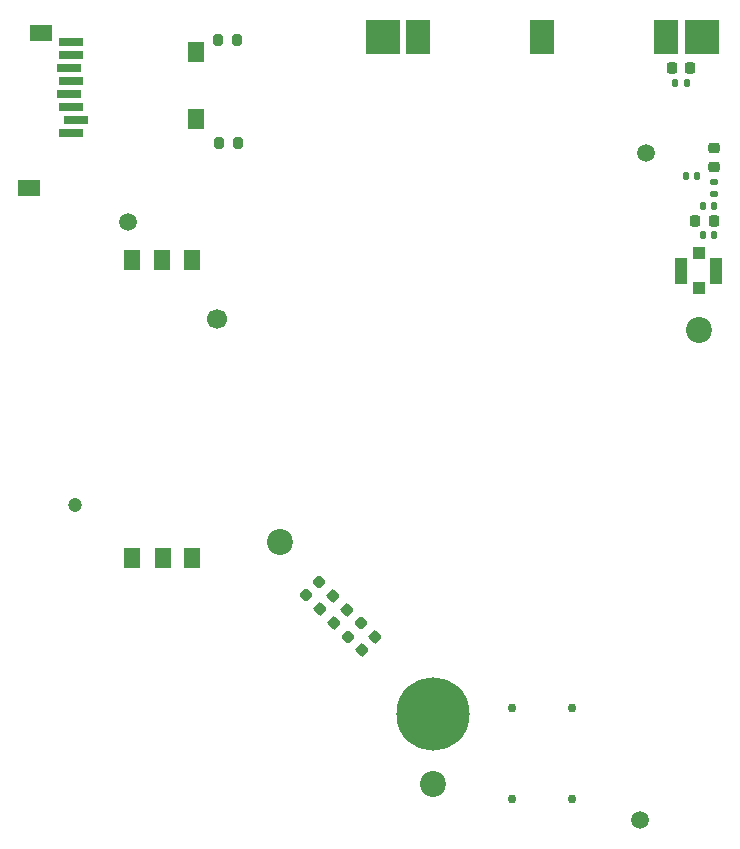
<source format=gbr>
G04 #@! TF.GenerationSoftware,KiCad,Pcbnew,6.0.11+dfsg-1~bpo11+1*
G04 #@! TF.CreationDate,2023-05-20T19:26:12-04:00*
G04 #@! TF.ProjectId,RUSP_Daughterboard,52555350-5f44-4617-9567-68746572626f,rev?*
G04 #@! TF.SameCoordinates,Original*
G04 #@! TF.FileFunction,Soldermask,Top*
G04 #@! TF.FilePolarity,Negative*
%FSLAX46Y46*%
G04 Gerber Fmt 4.6, Leading zero omitted, Abs format (unit mm)*
G04 Created by KiCad (PCBNEW 6.0.11+dfsg-1~bpo11+1) date 2023-05-20 19:26:12*
%MOMM*%
%LPD*%
G01*
G04 APERTURE LIST*
G04 Aperture macros list*
%AMRoundRect*
0 Rectangle with rounded corners*
0 $1 Rounding radius*
0 $2 $3 $4 $5 $6 $7 $8 $9 X,Y pos of 4 corners*
0 Add a 4 corners polygon primitive as box body*
4,1,4,$2,$3,$4,$5,$6,$7,$8,$9,$2,$3,0*
0 Add four circle primitives for the rounded corners*
1,1,$1+$1,$2,$3*
1,1,$1+$1,$4,$5*
1,1,$1+$1,$6,$7*
1,1,$1+$1,$8,$9*
0 Add four rect primitives between the rounded corners*
20,1,$1+$1,$2,$3,$4,$5,0*
20,1,$1+$1,$4,$5,$6,$7,0*
20,1,$1+$1,$6,$7,$8,$9,0*
20,1,$1+$1,$8,$9,$2,$3,0*%
G04 Aperture macros list end*
%ADD10RoundRect,0.225000X-0.017678X0.335876X-0.335876X0.017678X0.017678X-0.335876X0.335876X-0.017678X0*%
%ADD11C,2.200000*%
%ADD12C,1.500000*%
%ADD13RoundRect,0.218750X-0.026517X0.335876X-0.335876X0.026517X0.026517X-0.335876X0.335876X-0.026517X0*%
%ADD14RoundRect,0.200000X0.200000X0.275000X-0.200000X0.275000X-0.200000X-0.275000X0.200000X-0.275000X0*%
%ADD15R,2.000000X0.800000*%
%ADD16R,1.400000X1.800000*%
%ADD17R,1.900000X1.400000*%
%ADD18C,1.200000*%
%ADD19C,1.700000*%
%ADD20RoundRect,0.140000X-0.140000X-0.170000X0.140000X-0.170000X0.140000X0.170000X-0.140000X0.170000X0*%
%ADD21RoundRect,0.147500X-0.147500X-0.172500X0.147500X-0.172500X0.147500X0.172500X-0.147500X0.172500X0*%
%ADD22RoundRect,0.140000X-0.170000X0.140000X-0.170000X-0.140000X0.170000X-0.140000X0.170000X0.140000X0*%
%ADD23RoundRect,0.218750X-0.218750X-0.256250X0.218750X-0.256250X0.218750X0.256250X-0.218750X0.256250X0*%
%ADD24R,1.000000X1.000000*%
%ADD25R,1.050000X2.200000*%
%ADD26R,2.000000X3.000000*%
%ADD27R,3.000000X3.000000*%
%ADD28RoundRect,0.218750X-0.256250X0.218750X-0.256250X-0.218750X0.256250X-0.218750X0.256250X0.218750X0*%
%ADD29C,0.760000*%
%ADD30C,6.200000*%
G04 APERTURE END LIST*
D10*
X146698008Y-119201992D03*
X145601992Y-120298008D03*
D11*
X141000000Y-113500000D03*
D12*
X172000000Y-80500000D03*
D10*
X145548008Y-118026992D03*
X144451992Y-119123008D03*
D12*
X128200000Y-86400000D03*
D13*
X144356847Y-116843153D03*
X143243153Y-117956847D03*
D10*
X149073008Y-121551992D03*
X147976992Y-122648008D03*
D14*
X137525000Y-79700000D03*
X135875000Y-79700000D03*
X137440000Y-71000000D03*
X135790000Y-71000000D03*
D15*
X123375000Y-78840000D03*
X123775000Y-77740000D03*
X123375000Y-76640000D03*
X123175000Y-75540000D03*
X123375000Y-74440000D03*
X123175000Y-73340000D03*
X123375000Y-72240000D03*
X123375000Y-71140000D03*
D16*
X133925000Y-71950000D03*
X133925000Y-77650000D03*
D17*
X120775000Y-70350000D03*
X119775000Y-83500000D03*
D11*
X176500000Y-95500000D03*
D13*
X147906847Y-120368153D03*
X146793153Y-121481847D03*
D11*
X154000000Y-134000000D03*
D12*
X171500000Y-137000000D03*
D18*
X123690000Y-110360000D03*
D19*
X135665000Y-94555000D03*
D16*
X133580000Y-114866500D03*
X131103500Y-114866500D03*
X128500000Y-114866500D03*
X133580000Y-89593500D03*
X131040000Y-89593500D03*
X128500000Y-89593500D03*
D20*
X176820000Y-85000000D03*
X177780000Y-85000000D03*
D21*
X175415000Y-82500000D03*
X176385000Y-82500000D03*
D22*
X177800000Y-83020000D03*
X177800000Y-83980000D03*
D23*
X176212500Y-86300000D03*
X177787500Y-86300000D03*
X174212500Y-73300000D03*
X175787500Y-73300000D03*
D24*
X176500000Y-89000000D03*
D25*
X177975000Y-90500000D03*
X175025000Y-90500000D03*
D24*
X176500000Y-92000000D03*
D26*
X152750000Y-70750000D03*
D27*
X149750000Y-70750000D03*
D26*
X163250000Y-70750000D03*
D27*
X176750000Y-70750000D03*
D26*
X173750000Y-70750000D03*
D20*
X176820000Y-87500000D03*
X177780000Y-87500000D03*
X174520000Y-74600000D03*
X175480000Y-74600000D03*
D28*
X177800000Y-80112500D03*
X177800000Y-81687500D03*
D29*
X165740000Y-135200000D03*
X160660000Y-135200000D03*
X160660000Y-127500000D03*
X165740000Y-127500000D03*
D30*
X154000000Y-128000000D03*
M02*

</source>
